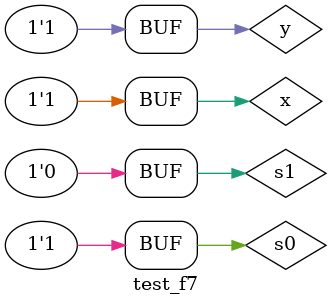
<source format=v>

module f7 (output s_and,
           output s_nand,
           output s_or,
           output s_nor,
           input x,
           input y);

    and AND1 (s_and, x, y);
    nand NAND1 (s_nand, x, y);
    or OR1 (s_or, x, y);
    nor NOR1 (s_nor, x, y);
endmodule // f7

// -------------------------
// multiplexer
// -------------------------
module mux (output s,
            input s_and,
            input s_nand,
            input s_or,
            input s_nor,
            input k0,
            input k1);
// definir dados locais
    wire not_k1;
    wire not_k0;
    wire s1;
    wire s2;
    wire s3;
    wire s4;
    wire s5;
    wire s6;
    wire s7;
    wire s8;

    nand NOT1 (not_k1, k1, k1);
    nor NOT2 (not_k0, k0, k0);
    nand NAND2 (s1, not_k1, s_and);
    nand NAND3 (s2, k1, s_nand);
    nand NAND4 (s5, s1, s2);
    nor NOR2 (s3, s_or, not_k1);
    nor NOR3 (s4, s_nor, k1);
    or OR2 (s6, s3, s4);
    and AND2 (s7, k0, s5);
    and AND3 (s8, not_k0, s6);
    or OR3 (s, s7, s8);
endmodule // mux

// -------------------------
// Teste da Unidade Lógica
// -------------------------
module test_f7;
// ------------------------- definir dados
    reg x;
    reg y;
    reg s0;
    reg s1;
    wire saida_and;
    wire saida_nand;
    wire saida_or;
    wire saida_nor;
    wire saida_mux;

    f7 moduloLU (saida_and, saida_nand, saida_or, saida_nor, x, y);
    mux seletor (saida_mux, saida_and, saida_nand, saida_or, saida_nor, s1, s0);

    // ------------------------- parte principal
    initial
    begin : main
        $display("Guia_0703 - Daniel Alves Goncalves - 874770");
        $display("Test LU's module");
        $display(" x y s1 s0  | OR AND NAND NOR| s");
        $monitor(" %b %b  %b  %b  | %b   %b    %b   %b | %b",
                  x, y, s1, s0, saida_or, saida_and, saida_nand, saida_nor, saida_mux);

        // Testes com todas as combinações
        x = 0; y = 0; s1 = 0; s0 = 0; #1;
        s1 = 1; #1;
        s0 = 1; #1;
        s1 = 0; #1;
        x = 0; y = 1; s1 = 0; s0 = 0; #1;
        s1 = 1; #1;
        s0 = 1; #1;
        s1 = 0; #1;
        x = 1; y = 0; s1 = 0; s0 = 0; #1;
        s1 = 1; #1;
        s0 = 1; #1;
        s1 = 0; #1;
        x = 1; y = 1; s1 = 0; s0 = 0; #1;
        s1 = 1; #1;
        s0 = 1; #1;
        s1 = 0; #1;
    end
endmodule

</source>
